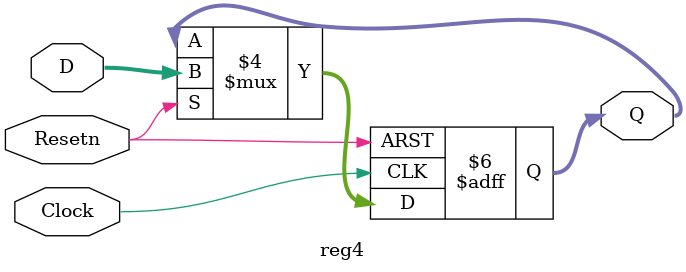
<source format=v>
module reg4(D,Clock,Resetn,Q);
	input [2:0] D;
	input Clock, Resetn;
	output reg [2:0] Q;
	
	always@(posedge Clock, negedge Resetn)
	if (Resetn ==0)
		Q <= 3'b000;
	else if (Resetn == 1)
		Q <= D;
		
endmodule

</source>
